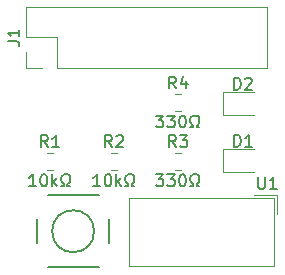
<source format=gto>
G04 #@! TF.GenerationSoftware,KiCad,Pcbnew,(5.1.5)-3*
G04 #@! TF.CreationDate,2020-07-05T19:40:21-04:00*
G04 #@! TF.ProjectId,RPi HAT,52506920-4841-4542-9e6b-696361645f70,rev?*
G04 #@! TF.SameCoordinates,Original*
G04 #@! TF.FileFunction,Legend,Top*
G04 #@! TF.FilePolarity,Positive*
%FSLAX46Y46*%
G04 Gerber Fmt 4.6, Leading zero omitted, Abs format (unit mm)*
G04 Created by KiCad (PCBNEW (5.1.5)-3) date 2020-07-05 19:40:21*
%MOMM*%
%LPD*%
G04 APERTURE LIST*
%ADD10C,0.120000*%
%ADD11C,0.203200*%
%ADD12C,0.150000*%
G04 APERTURE END LIST*
D10*
X137753400Y-101919800D02*
X137753400Y-103529800D01*
X137753400Y-101919800D02*
X135753400Y-101919800D01*
X125213400Y-102199800D02*
X137463400Y-102199800D01*
X125213400Y-107959800D02*
X125213400Y-102199800D01*
X137473400Y-107959800D02*
X125213400Y-107959800D01*
X137473400Y-102209800D02*
X137473400Y-107949800D01*
X136916800Y-91220600D02*
X136916800Y-86020600D01*
X119076800Y-91220600D02*
X136916800Y-91220600D01*
X116476800Y-86020600D02*
X136916800Y-86020600D01*
X119076800Y-91220600D02*
X119076800Y-88620600D01*
X119076800Y-88620600D02*
X116476800Y-88620600D01*
X116476800Y-88620600D02*
X116476800Y-86020600D01*
X117806800Y-91220600D02*
X116476800Y-91220600D01*
X116476800Y-91220600D02*
X116476800Y-89890600D01*
X135823200Y-93274000D02*
X133138200Y-93274000D01*
X133138200Y-93274000D02*
X133138200Y-95194000D01*
X133138200Y-95194000D02*
X135823200Y-95194000D01*
X135823200Y-98100000D02*
X133138200Y-98100000D01*
X133138200Y-98100000D02*
X133138200Y-100020000D01*
X133138200Y-100020000D02*
X135823200Y-100020000D01*
X118232422Y-98395000D02*
X118749578Y-98395000D01*
X118232422Y-99815000D02*
X118749578Y-99815000D01*
X129093888Y-94842400D02*
X129611044Y-94842400D01*
X129093888Y-93422400D02*
X129611044Y-93422400D01*
X123663155Y-99815000D02*
X124180311Y-99815000D01*
X123663155Y-98395000D02*
X124180311Y-98395000D01*
X129093888Y-98395000D02*
X129611044Y-98395000D01*
X129093888Y-99815000D02*
X129611044Y-99815000D01*
D11*
X122250200Y-105029000D02*
G75*
G03X122250200Y-105029000I-1778000J0D01*
G01*
X123520200Y-106055160D02*
X123520200Y-104013000D01*
X117424200Y-106024680D02*
X117424200Y-104013000D01*
X122631200Y-101981000D02*
X118313200Y-101981000D01*
X118313200Y-108077000D02*
X122631200Y-108077000D01*
D12*
X136144095Y-100442780D02*
X136144095Y-101252304D01*
X136191714Y-101347542D01*
X136239333Y-101395161D01*
X136334571Y-101442780D01*
X136525047Y-101442780D01*
X136620285Y-101395161D01*
X136667904Y-101347542D01*
X136715523Y-101252304D01*
X136715523Y-100442780D01*
X137715523Y-101442780D02*
X137144095Y-101442780D01*
X137429809Y-101442780D02*
X137429809Y-100442780D01*
X137334571Y-100585638D01*
X137239333Y-100680876D01*
X137144095Y-100728495D01*
X114929180Y-88953933D02*
X115643466Y-88953933D01*
X115786323Y-89001552D01*
X115881561Y-89096790D01*
X115929180Y-89239647D01*
X115929180Y-89334885D01*
X115929180Y-87953933D02*
X115929180Y-88525361D01*
X115929180Y-88239647D02*
X114929180Y-88239647D01*
X115072038Y-88334885D01*
X115167276Y-88430123D01*
X115214895Y-88525361D01*
X134085104Y-93036380D02*
X134085104Y-92036380D01*
X134323200Y-92036380D01*
X134466057Y-92084000D01*
X134561295Y-92179238D01*
X134608914Y-92274476D01*
X134656533Y-92464952D01*
X134656533Y-92607809D01*
X134608914Y-92798285D01*
X134561295Y-92893523D01*
X134466057Y-92988761D01*
X134323200Y-93036380D01*
X134085104Y-93036380D01*
X135037485Y-92131619D02*
X135085104Y-92084000D01*
X135180342Y-92036380D01*
X135418438Y-92036380D01*
X135513676Y-92084000D01*
X135561295Y-92131619D01*
X135608914Y-92226857D01*
X135608914Y-92322095D01*
X135561295Y-92464952D01*
X134989866Y-93036380D01*
X135608914Y-93036380D01*
X134085104Y-97862380D02*
X134085104Y-96862380D01*
X134323200Y-96862380D01*
X134466057Y-96910000D01*
X134561295Y-97005238D01*
X134608914Y-97100476D01*
X134656533Y-97290952D01*
X134656533Y-97433809D01*
X134608914Y-97624285D01*
X134561295Y-97719523D01*
X134466057Y-97814761D01*
X134323200Y-97862380D01*
X134085104Y-97862380D01*
X135608914Y-97862380D02*
X135037485Y-97862380D01*
X135323200Y-97862380D02*
X135323200Y-96862380D01*
X135227961Y-97005238D01*
X135132723Y-97100476D01*
X135037485Y-97148095D01*
X118324333Y-97907380D02*
X117991000Y-97431190D01*
X117752904Y-97907380D02*
X117752904Y-96907380D01*
X118133857Y-96907380D01*
X118229095Y-96955000D01*
X118276714Y-97002619D01*
X118324333Y-97097857D01*
X118324333Y-97240714D01*
X118276714Y-97335952D01*
X118229095Y-97383571D01*
X118133857Y-97431190D01*
X117752904Y-97431190D01*
X119276714Y-97907380D02*
X118705285Y-97907380D01*
X118991000Y-97907380D02*
X118991000Y-96907380D01*
X118895761Y-97050238D01*
X118800523Y-97145476D01*
X118705285Y-97193095D01*
X117324333Y-101207380D02*
X116752904Y-101207380D01*
X117038619Y-101207380D02*
X117038619Y-100207380D01*
X116943380Y-100350238D01*
X116848142Y-100445476D01*
X116752904Y-100493095D01*
X117943380Y-100207380D02*
X118038619Y-100207380D01*
X118133857Y-100255000D01*
X118181476Y-100302619D01*
X118229095Y-100397857D01*
X118276714Y-100588333D01*
X118276714Y-100826428D01*
X118229095Y-101016904D01*
X118181476Y-101112142D01*
X118133857Y-101159761D01*
X118038619Y-101207380D01*
X117943380Y-101207380D01*
X117848142Y-101159761D01*
X117800523Y-101112142D01*
X117752904Y-101016904D01*
X117705285Y-100826428D01*
X117705285Y-100588333D01*
X117752904Y-100397857D01*
X117800523Y-100302619D01*
X117848142Y-100255000D01*
X117943380Y-100207380D01*
X118705285Y-101207380D02*
X118705285Y-100207380D01*
X118800523Y-100826428D02*
X119086238Y-101207380D01*
X119086238Y-100540714D02*
X118705285Y-100921666D01*
X119467190Y-101207380D02*
X119705285Y-101207380D01*
X119705285Y-101016904D01*
X119610047Y-100969285D01*
X119514809Y-100874047D01*
X119467190Y-100731190D01*
X119467190Y-100493095D01*
X119514809Y-100350238D01*
X119610047Y-100255000D01*
X119752904Y-100207380D01*
X119943380Y-100207380D01*
X120086238Y-100255000D01*
X120181476Y-100350238D01*
X120229095Y-100493095D01*
X120229095Y-100731190D01*
X120181476Y-100874047D01*
X120086238Y-100969285D01*
X119991000Y-101016904D01*
X119991000Y-101207380D01*
X120229095Y-101207380D01*
X129185799Y-92934780D02*
X128852466Y-92458590D01*
X128614370Y-92934780D02*
X128614370Y-91934780D01*
X128995323Y-91934780D01*
X129090561Y-91982400D01*
X129138180Y-92030019D01*
X129185799Y-92125257D01*
X129185799Y-92268114D01*
X129138180Y-92363352D01*
X129090561Y-92410971D01*
X128995323Y-92458590D01*
X128614370Y-92458590D01*
X130042942Y-92268114D02*
X130042942Y-92934780D01*
X129804846Y-91887161D02*
X129566751Y-92601447D01*
X130185799Y-92601447D01*
X127495323Y-95234780D02*
X128114370Y-95234780D01*
X127781037Y-95615733D01*
X127923894Y-95615733D01*
X128019132Y-95663352D01*
X128066751Y-95710971D01*
X128114370Y-95806209D01*
X128114370Y-96044304D01*
X128066751Y-96139542D01*
X128019132Y-96187161D01*
X127923894Y-96234780D01*
X127638180Y-96234780D01*
X127542942Y-96187161D01*
X127495323Y-96139542D01*
X128447704Y-95234780D02*
X129066751Y-95234780D01*
X128733418Y-95615733D01*
X128876275Y-95615733D01*
X128971513Y-95663352D01*
X129019132Y-95710971D01*
X129066751Y-95806209D01*
X129066751Y-96044304D01*
X129019132Y-96139542D01*
X128971513Y-96187161D01*
X128876275Y-96234780D01*
X128590561Y-96234780D01*
X128495323Y-96187161D01*
X128447704Y-96139542D01*
X129685799Y-95234780D02*
X129781037Y-95234780D01*
X129876275Y-95282400D01*
X129923894Y-95330019D01*
X129971513Y-95425257D01*
X130019132Y-95615733D01*
X130019132Y-95853828D01*
X129971513Y-96044304D01*
X129923894Y-96139542D01*
X129876275Y-96187161D01*
X129781037Y-96234780D01*
X129685799Y-96234780D01*
X129590561Y-96187161D01*
X129542942Y-96139542D01*
X129495323Y-96044304D01*
X129447704Y-95853828D01*
X129447704Y-95615733D01*
X129495323Y-95425257D01*
X129542942Y-95330019D01*
X129590561Y-95282400D01*
X129685799Y-95234780D01*
X130400085Y-96234780D02*
X130638180Y-96234780D01*
X130638180Y-96044304D01*
X130542942Y-95996685D01*
X130447704Y-95901447D01*
X130400085Y-95758590D01*
X130400085Y-95520495D01*
X130447704Y-95377638D01*
X130542942Y-95282400D01*
X130685799Y-95234780D01*
X130876275Y-95234780D01*
X131019132Y-95282400D01*
X131114370Y-95377638D01*
X131161989Y-95520495D01*
X131161989Y-95758590D01*
X131114370Y-95901447D01*
X131019132Y-95996685D01*
X130923894Y-96044304D01*
X130923894Y-96234780D01*
X131161989Y-96234780D01*
X123755066Y-97907380D02*
X123421733Y-97431190D01*
X123183637Y-97907380D02*
X123183637Y-96907380D01*
X123564590Y-96907380D01*
X123659828Y-96955000D01*
X123707447Y-97002619D01*
X123755066Y-97097857D01*
X123755066Y-97240714D01*
X123707447Y-97335952D01*
X123659828Y-97383571D01*
X123564590Y-97431190D01*
X123183637Y-97431190D01*
X124136018Y-97002619D02*
X124183637Y-96955000D01*
X124278875Y-96907380D01*
X124516971Y-96907380D01*
X124612209Y-96955000D01*
X124659828Y-97002619D01*
X124707447Y-97097857D01*
X124707447Y-97193095D01*
X124659828Y-97335952D01*
X124088399Y-97907380D01*
X124707447Y-97907380D01*
X122755066Y-101207380D02*
X122183637Y-101207380D01*
X122469352Y-101207380D02*
X122469352Y-100207380D01*
X122374113Y-100350238D01*
X122278875Y-100445476D01*
X122183637Y-100493095D01*
X123374113Y-100207380D02*
X123469352Y-100207380D01*
X123564590Y-100255000D01*
X123612209Y-100302619D01*
X123659828Y-100397857D01*
X123707447Y-100588333D01*
X123707447Y-100826428D01*
X123659828Y-101016904D01*
X123612209Y-101112142D01*
X123564590Y-101159761D01*
X123469352Y-101207380D01*
X123374113Y-101207380D01*
X123278875Y-101159761D01*
X123231256Y-101112142D01*
X123183637Y-101016904D01*
X123136018Y-100826428D01*
X123136018Y-100588333D01*
X123183637Y-100397857D01*
X123231256Y-100302619D01*
X123278875Y-100255000D01*
X123374113Y-100207380D01*
X124136018Y-101207380D02*
X124136018Y-100207380D01*
X124231256Y-100826428D02*
X124516971Y-101207380D01*
X124516971Y-100540714D02*
X124136018Y-100921666D01*
X124897923Y-101207380D02*
X125136018Y-101207380D01*
X125136018Y-101016904D01*
X125040780Y-100969285D01*
X124945542Y-100874047D01*
X124897923Y-100731190D01*
X124897923Y-100493095D01*
X124945542Y-100350238D01*
X125040780Y-100255000D01*
X125183637Y-100207380D01*
X125374113Y-100207380D01*
X125516971Y-100255000D01*
X125612209Y-100350238D01*
X125659828Y-100493095D01*
X125659828Y-100731190D01*
X125612209Y-100874047D01*
X125516971Y-100969285D01*
X125421733Y-101016904D01*
X125421733Y-101207380D01*
X125659828Y-101207380D01*
X129185799Y-97907380D02*
X128852466Y-97431190D01*
X128614370Y-97907380D02*
X128614370Y-96907380D01*
X128995323Y-96907380D01*
X129090561Y-96955000D01*
X129138180Y-97002619D01*
X129185799Y-97097857D01*
X129185799Y-97240714D01*
X129138180Y-97335952D01*
X129090561Y-97383571D01*
X128995323Y-97431190D01*
X128614370Y-97431190D01*
X129519132Y-96907380D02*
X130138180Y-96907380D01*
X129804846Y-97288333D01*
X129947704Y-97288333D01*
X130042942Y-97335952D01*
X130090561Y-97383571D01*
X130138180Y-97478809D01*
X130138180Y-97716904D01*
X130090561Y-97812142D01*
X130042942Y-97859761D01*
X129947704Y-97907380D01*
X129661989Y-97907380D01*
X129566751Y-97859761D01*
X129519132Y-97812142D01*
X127495323Y-100207380D02*
X128114370Y-100207380D01*
X127781037Y-100588333D01*
X127923894Y-100588333D01*
X128019132Y-100635952D01*
X128066751Y-100683571D01*
X128114370Y-100778809D01*
X128114370Y-101016904D01*
X128066751Y-101112142D01*
X128019132Y-101159761D01*
X127923894Y-101207380D01*
X127638180Y-101207380D01*
X127542942Y-101159761D01*
X127495323Y-101112142D01*
X128447704Y-100207380D02*
X129066751Y-100207380D01*
X128733418Y-100588333D01*
X128876275Y-100588333D01*
X128971513Y-100635952D01*
X129019132Y-100683571D01*
X129066751Y-100778809D01*
X129066751Y-101016904D01*
X129019132Y-101112142D01*
X128971513Y-101159761D01*
X128876275Y-101207380D01*
X128590561Y-101207380D01*
X128495323Y-101159761D01*
X128447704Y-101112142D01*
X129685799Y-100207380D02*
X129781037Y-100207380D01*
X129876275Y-100255000D01*
X129923894Y-100302619D01*
X129971513Y-100397857D01*
X130019132Y-100588333D01*
X130019132Y-100826428D01*
X129971513Y-101016904D01*
X129923894Y-101112142D01*
X129876275Y-101159761D01*
X129781037Y-101207380D01*
X129685799Y-101207380D01*
X129590561Y-101159761D01*
X129542942Y-101112142D01*
X129495323Y-101016904D01*
X129447704Y-100826428D01*
X129447704Y-100588333D01*
X129495323Y-100397857D01*
X129542942Y-100302619D01*
X129590561Y-100255000D01*
X129685799Y-100207380D01*
X130400085Y-101207380D02*
X130638180Y-101207380D01*
X130638180Y-101016904D01*
X130542942Y-100969285D01*
X130447704Y-100874047D01*
X130400085Y-100731190D01*
X130400085Y-100493095D01*
X130447704Y-100350238D01*
X130542942Y-100255000D01*
X130685799Y-100207380D01*
X130876275Y-100207380D01*
X131019132Y-100255000D01*
X131114370Y-100350238D01*
X131161989Y-100493095D01*
X131161989Y-100731190D01*
X131114370Y-100874047D01*
X131019132Y-100969285D01*
X130923894Y-101016904D01*
X130923894Y-101207380D01*
X131161989Y-101207380D01*
M02*

</source>
